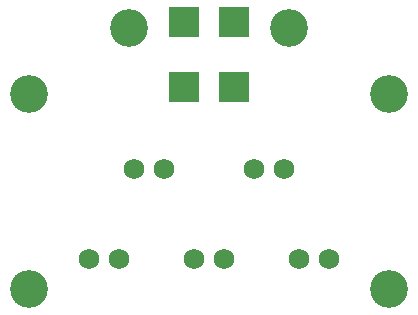
<source format=gbr>
G04 EAGLE Gerber RS-274X export*
G75*
%MOMM*%
%FSLAX34Y34*%
%LPD*%
%INSoldermask Top*%
%IPPOS*%
%AMOC8*
5,1,8,0,0,1.08239X$1,22.5*%
G01*
%ADD10C,3.203200*%
%ADD11C,1.733200*%
%ADD12R,2.583200X2.583200*%


D10*
X330200Y190500D03*
X330200Y25400D03*
X25400Y25400D03*
X25400Y190500D03*
D11*
X279400Y50800D03*
X254000Y50800D03*
X190500Y50800D03*
X165100Y50800D03*
X101600Y50800D03*
X76200Y50800D03*
X241300Y127000D03*
X215900Y127000D03*
X139700Y127000D03*
X114300Y127000D03*
D12*
X198800Y196020D03*
X156800Y196020D03*
X156800Y251020D03*
X198800Y251020D03*
D10*
X245800Y246420D03*
X109800Y246420D03*
M02*

</source>
